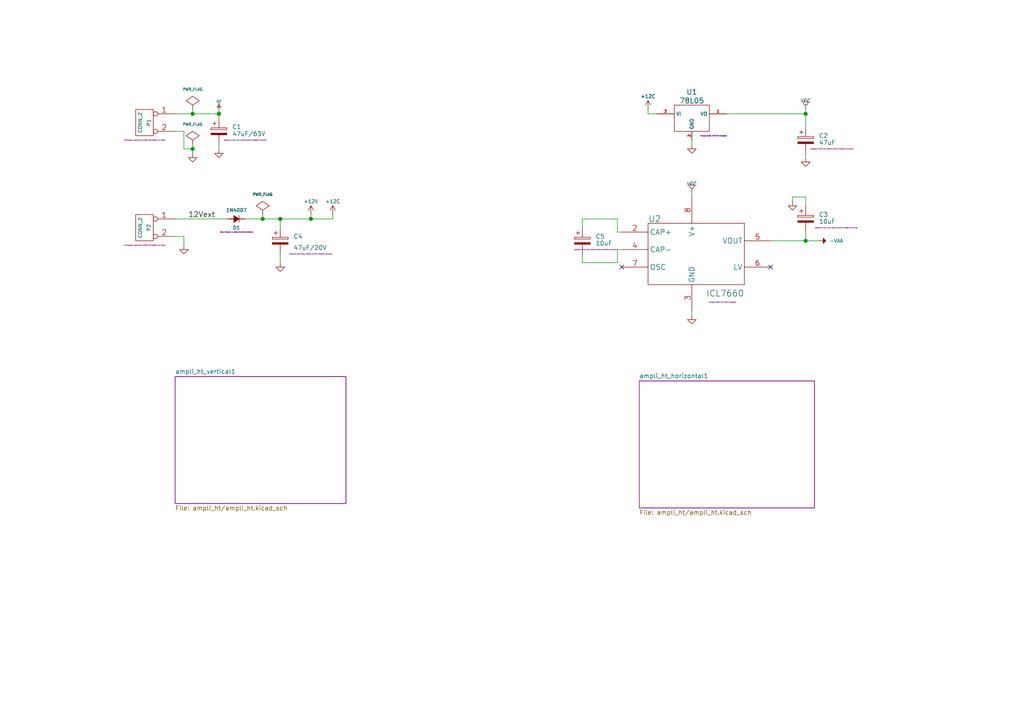
<source format=kicad_sch>
(kicad_sch (version 20210621) (generator eeschema)
  (paper "A4")
  (title_block (title "Complex hierarchy: demo") (date "2017-01-15"))
  (lib_symbols
    (symbol "complex_hierarchy_schlib:+12C" (power) (pin_names (offset 0))
      (property "Value" "+12C" (at 0 3.81 0))
      (symbol "+12C_0_1"
        (polyline (pts (xy -0.762 1.27) (xy 0 2.54)))
        (polyline (pts (xy 0 0) (xy 0 2.54)))
        (polyline (pts (xy 0 2.54) (xy 0.762 1.27)))
      )
      (symbol "+12C_1_1"
        (pin power_in line (at 0 0 90) (length 0) hide (name "+12C") (number "1"))
      )
    )
    (symbol "complex_hierarchy_schlib:+12V" (power) (pin_names (offset 0))
      (property "Value" "+12V" (at 0 3.556 0))
      (symbol "+12V_0_1"
        (polyline (pts (xy -0.762 1.27) (xy 0 2.54)))
        (polyline (pts (xy 0 0) (xy 0 2.54)))
        (polyline (pts (xy 0 2.54) (xy 0.762 1.27)))
      )
      (symbol "+12V_1_1"
        (pin power_in line (at 0 0 90) (length 0) hide (name "+12V") (number "1"))
      )
    )
    (symbol "complex_hierarchy_schlib:-VAA" (power) (pin_names (offset 0))
      (property "Value" "-VAA" (at 0 2.54 0))
      (symbol "-VAA_0_0"
        (pin power_in line (at 0 0 90) (length 0) hide (name "-VAA") (number "1"))
      )
      (symbol "-VAA_0_1"
        (polyline (pts (xy 0 0) (xy 0 1.27) (xy 0 1.27)))
        (polyline (pts (xy 0 2.032) (xy 0.762 1.27) (xy -0.508 1.27) (xy -0.762 1.27) (xy 0 2.032) (xy 0 2.032) (xy 0 2.032)) (fill (type outline)))
      )
    )
    (symbol "complex_hierarchy_schlib:7805"
      (property "Reference" "U" (at 3.81 -4.9784 0))
      (property "Value" "7805" (at 0 5.08 0))
      (symbol "7805_0_1"
        (rectangle (start -5.08 -3.81) (end 5.08 3.81))
      )
      (symbol "7805_1_1"
        (pin power_out line (at 10.16 1.27 180) (length 5.08) (name "VO") (number "1"))
        (pin input line (at 0 -6.35 90) (length 2.54) (name "GND") (number "2"))
        (pin input line (at -10.16 1.27 0) (length 5.08) (name "VI") (number "3"))
      )
    )
    (symbol "complex_hierarchy_schlib:CONN_2" (pin_names hide)
      (property "Reference" "P" (at -1.27 0 90))
      (property "Value" "CONN_2" (at 1.27 0 90))
      (symbol "CONN_2_0_1"
        (rectangle (start -2.54 3.81) (end 2.54 -3.81))
      )
      (symbol "CONN_2_1_1"
        (pin passive inverted (at -8.89 2.54 0) (length 6.35) (name "P1") (number "1"))
        (pin passive inverted (at -8.89 -2.54 0) (length 6.35) (name "PM") (number "2"))
      )
    )
    (symbol "complex_hierarchy_schlib:CP" (pin_numbers hide) (pin_names (offset 0.254))
      (property "Reference" "C" (at 0.635 2.54 0))
      (property "Value" "CP" (at 0.635 -2.54 0))
      (symbol "CP_0_1"
        (rectangle (start -2.286 0.508) (end -2.286 1.016))
        (rectangle (start -2.286 0.508) (end 2.286 0.508))
        (rectangle (start -1.778 2.286) (end -0.762 2.286))
        (rectangle (start -1.27 1.778) (end -1.27 2.794))
        (rectangle (start 2.286 -0.508) (end -2.286 -1.016) (fill (type outline)))
        (rectangle (start 2.286 1.016) (end -2.286 1.016))
        (rectangle (start 2.286 1.016) (end 2.286 0.508))
      )
      (symbol "CP_1_1"
        (pin passive line (at 0 3.81 270) (length 2.794) (name "~") (number "1"))
        (pin passive line (at 0 -3.81 90) (length 2.794) (name "~") (number "2"))
      )
    )
    (symbol "complex_hierarchy_schlib:D_Small" (pin_numbers hide) (pin_names (offset 0.254) hide)
      (property "Reference" "D" (at -1.27 2.032 0))
      (property "Value" "D_Small" (at -3.81 -2.032 0))
      (symbol "D_Small_0_1"
        (polyline (pts (xy -0.762 -1.016) (xy -0.762 1.016)))
        (polyline (pts (xy 0.762 -1.016) (xy -0.762 0) (xy 0.762 1.016) (xy 0.762 -1.016)) (fill (type outline)))
      )
      (symbol "D_Small_1_1"
        (pin passive line (at -2.54 0 0) (length 1.778) (name "K") (number "1"))
        (pin passive line (at 2.54 0 180) (length 1.778) (name "A") (number "2"))
      )
    )
    (symbol "complex_hierarchy_schlib:GND" (power) (pin_names (offset 0))
      (property "Value" "GND" (at 0 -3.1242 0))
      (symbol "GND_0_1"
        (polyline (pts (xy 0 0) (xy 0 -1.27) (xy 1.27 -1.27) (xy 0 -2.54) (xy -1.27 -1.27) (xy 0 -1.27)))
      )
      (symbol "GND_1_1"
        (pin power_in line (at 0 0 270) (length 0) hide (name "GND") (number "1"))
      )
    )
    (symbol "complex_hierarchy_schlib:HT" (power) (pin_names (offset 0))
      (property "Value" "HT" (at 0 2.286 0))
      (symbol "HT_0_0"
        (pin power_in line (at 0 0 90) (length 0) hide (name "HT") (number "1"))
      )
      (symbol "HT_0_1"
        (polyline (pts (xy 0 0) (xy 0 1.016) (xy 0 1.016)))
        (polyline (pts (xy 0 1.016) (xy 0.508 0.508) (xy 0 1.778) (xy -0.508 0.508) (xy 0 1.016) (xy 0 1.016)))
      )
    )
    (symbol "complex_hierarchy_schlib:ICL7660"
      (property "Reference" "U" (at 5.08 10.16 0))
      (property "Value" "ICL7660" (at 1.27 -11.43 0))
      (symbol "ICL7660_0_1"
        (rectangle (start -13.97 -8.89) (end 13.97 8.89))
      )
      (symbol "ICL7660_1_1"
        (pin input line (at -21.59 6.35 0) (length 7.62) (name "CAP+") (number "2"))
        (pin power_in line (at -1.27 -16.51 90) (length 7.62) (name "GND") (number "3"))
        (pin input line (at -21.59 1.27 0) (length 7.62) (name "CAP-") (number "4"))
        (pin power_out line (at 21.59 3.81 180) (length 7.62) (name "VOUT") (number "5"))
        (pin input line (at 21.59 -3.81 180) (length 7.62) (name "LV") (number "6"))
        (pin input line (at -21.59 -3.81 0) (length 7.62) (name "OSC") (number "7"))
        (pin power_in line (at -1.27 16.51 270) (length 7.62) (name "V+") (number "8"))
      )
    )
    (symbol "complex_hierarchy_schlib:PWR_FLAG" (power) (pin_numbers hide) (pin_names (offset 0) hide)
      (property "Value" "PWR_FLAG" (at 0 4.572 0))
      (symbol "PWR_FLAG_0_0"
        (pin power_out line (at 0 0 90) (length 0) (name "pwr") (number "1"))
      )
      (symbol "PWR_FLAG_0_1"
        (polyline (pts (xy 0 0) (xy 0 1.27) (xy -1.905 2.54) (xy 0 3.81) (xy 1.905 2.54) (xy 0 1.27)))
      )
    )
    (symbol "complex_hierarchy_schlib:VCC" (power) (pin_names (offset 0))
      (property "Value" "VCC" (at 0 3.81 0))
      (symbol "VCC_0_1"
        (polyline (pts (xy 0 0) (xy 0 1.27)))
        (circle (center 0 1.905) (radius 0.635))
      )
      (symbol "VCC_1_1"
        (pin power_in line (at 0 0 90) (length 0) hide (name "VCC") (number "1"))
      )
    )
  )
  (junction (at 233.68 33.02) (diameter 1.016))
  (junction (at 55.88 33.02) (diameter 1.016))
  (junction (at 90.17 63.5) (diameter 1.016))
  (junction (at 233.68 69.85) (diameter 1.016))
  (junction (at 81.28 63.5) (diameter 1.016))
  (junction (at 76.2 63.5) (diameter 1.016))
  (junction (at 63.5 33.02) (diameter 1.016))
  (junction (at 55.88 43.18) (diameter 1.016))
  (no_connect (at 223.52 77.47))
  (no_connect (at 180.34 77.47))
  (wire (pts (xy 229.87 58.42) (xy 229.87 57.15)))
  (wire (pts (xy 168.91 63.5) (xy 179.07 63.5)))
  (wire (pts (xy 187.96 33.02) (xy 190.5 33.02)))
  (wire (pts (xy 223.52 69.85) (xy 233.68 69.85)))
  (wire (pts (xy 53.34 43.18) (xy 55.88 43.18)))
  (wire (pts (xy 233.68 33.02) (xy 233.68 36.83)))
  (wire (pts (xy 76.2 63.5) (xy 76.2 62.23)))
  (wire (pts (xy 71.12 63.5) (xy 76.2 63.5)))
  (wire (pts (xy 53.34 68.58) (xy 50.8 68.58)))
  (wire (pts (xy 168.91 73.66) (xy 168.91 76.2)))
  (wire (pts (xy 53.34 38.1) (xy 53.34 43.18)))
  (wire (pts (xy 200.66 55.88) (xy 200.66 57.15)))
  (wire (pts (xy 233.68 44.45) (xy 233.68 45.72)))
  (wire (pts (xy 229.87 57.15) (xy 233.68 57.15)))
  (wire (pts (xy 233.68 67.31) (xy 233.68 69.85)))
  (wire (pts (xy 50.8 33.02) (xy 55.88 33.02)))
  (wire (pts (xy 81.28 63.5) (xy 81.28 66.04)))
  (wire (pts (xy 179.07 67.31) (xy 180.34 67.31)))
  (wire (pts (xy 233.68 31.75) (xy 233.68 33.02)))
  (wire (pts (xy 168.91 66.04) (xy 168.91 63.5)))
  (wire (pts (xy 76.2 63.5) (xy 81.28 63.5)))
  (wire (pts (xy 81.28 73.66) (xy 81.28 76.2)))
  (wire (pts (xy 200.66 41.91) (xy 200.66 40.64)))
  (wire (pts (xy 50.8 63.5) (xy 66.04 63.5)))
  (wire (pts (xy 210.82 33.02) (xy 233.68 33.02)))
  (wire (pts (xy 63.5 33.02) (xy 63.5 34.29)))
  (wire (pts (xy 90.17 62.23) (xy 90.17 63.5)))
  (wire (pts (xy 179.07 63.5) (xy 179.07 67.31)))
  (wire (pts (xy 63.5 31.75) (xy 63.5 33.02)))
  (wire (pts (xy 63.5 41.91) (xy 63.5 43.18)))
  (wire (pts (xy 55.88 41.91) (xy 55.88 43.18)))
  (wire (pts (xy 233.68 69.85) (xy 237.49 69.85)))
  (wire (pts (xy 55.88 31.75) (xy 55.88 33.02)))
  (wire (pts (xy 55.88 33.02) (xy 63.5 33.02)))
  (wire (pts (xy 187.96 31.75) (xy 187.96 33.02)))
  (wire (pts (xy 179.07 76.2) (xy 179.07 72.39)))
  (wire (pts (xy 96.52 63.5) (xy 96.52 62.23)))
  (wire (pts (xy 179.07 72.39) (xy 180.34 72.39)))
  (wire (pts (xy 53.34 71.12) (xy 53.34 68.58)))
  (wire (pts (xy 233.68 59.69) (xy 233.68 57.15)))
  (wire (pts (xy 81.28 63.5) (xy 90.17 63.5)))
  (wire (pts (xy 168.91 76.2) (xy 179.07 76.2)))
  (wire (pts (xy 50.8 38.1) (xy 53.34 38.1)))
  (wire (pts (xy 90.17 63.5) (xy 96.52 63.5)))
  (wire (pts (xy 55.88 43.18) (xy 55.88 44.45)))
  (wire (pts (xy 200.66 91.44) (xy 200.66 90.17)))
  (label "12Vext" (at 54.61 63.5 0) (effects (font (size 1.524 1.524))))
  (symbol (lib_id "complex_hierarchy_schlib:CONN_2") (at 41.91 66.04 0) (mirror y) (unit 1)
    (property "Reference" "P2" (at 43.18 66.04 90) (effects (font (size 1.016 1.016))))
    (property "Value" "CONN_2" (at 40.64 66.04 90) (effects (font (size 1.016 1.016))))
    (property "Footprint" "TerminalBlock_Altech:Altech_AK300_1x02_P5.00mm_45-Degree" (at 41.91 71.12 0) (effects (font (size 0.254 0.254))))
  )
  (symbol (lib_id "complex_hierarchy_schlib:GND") (at 53.34 71.12 0) (unit 1)
    (property "Reference" "#PWR012" (effects hide))
    (property "Value" "GND" (effects hide))
  )
  (symbol (lib_id "complex_hierarchy_schlib:D_Small") (at 68.58 63.5 0) (mirror y) (unit 1)
    (property "Reference" "D1" (at 68.58 66.04 0) (effects (font (size 1.016 1.016))))
    (property "Value" "1N4007" (at 68.58 60.96 0) (effects (font (size 1.016 1.016))))
    (property "Footprint" "Diode_THT:D_DO-41_SOD81_P12.70mm_Horizontal" (at 68.58 67.31 0) (effects (font (size 0.254 0.254))))
  )
  (symbol (lib_id "complex_hierarchy_schlib:CP") (at 81.28 69.85 0) (unit 1)
    (property "Reference" "C4" (at 85.09 68.58 0) (effects (justify left)))
    (property "Value" "47uF/20V" (at 85.09 71.12 0) (effects (justify left top)))
    (property "Footprint" "Capacitor_THT:CP_Axial_L10.0mm_D4.5mm_P15.00mm_Horizontal" (at 90.17 73.66 0) (effects (font (size 0.254 0.254))))
  )
  (symbol (lib_id "complex_hierarchy_schlib:GND") (at 81.28 76.2 0) (unit 1)
    (property "Reference" "#PWR013" (effects hide))
    (property "Value" "GND" (effects hide))
  )
  (symbol (lib_id "complex_hierarchy_schlib:+12V") (at 90.17 62.23 0) (unit 1)
    (property "Reference" "#U04" (effects hide))
    (property "Value" "+12V" (at 90.17 58.42 0) (effects (font (size 1.016 1.016))))
  )
  (symbol (lib_id "complex_hierarchy_schlib:PWR_FLAG") (at 55.88 41.91 0) (unit 1)
    (property "Reference" "#U02" (effects hide))
    (property "Value" "PWR_FLAG" (at 55.88 36.068 0) (effects (font (size 0.762 0.762))))
  )
  (symbol (lib_id "complex_hierarchy_schlib:+12C") (at 96.52 62.23 0) (unit 1)
    (property "Reference" "#PWR010" (effects hide))
    (property "Value" "+12C" (at 96.52 58.42 0) (effects (font (size 1.016 1.016))))
  )
  (symbol (lib_id "complex_hierarchy_schlib:PWR_FLAG") (at 76.2 62.23 0) (unit 1)
    (property "Reference" "#U03" (effects hide))
    (property "Value" "PWR_FLAG" (at 76.2 56.388 0) (effects (font (size 0.762 0.762))))
  )
  (symbol (lib_id "complex_hierarchy_schlib:PWR_FLAG") (at 55.88 31.75 0) (unit 1)
    (property "Reference" "#U01" (effects hide))
    (property "Value" "PWR_FLAG" (at 55.88 25.908 0) (effects (font (size 0.762 0.762))))
  )
  (symbol (lib_id "complex_hierarchy_schlib:+12C") (at 187.96 31.75 0) (unit 1)
    (property "Reference" "#PWR02" (effects hide))
    (property "Value" "+12C" (at 187.96 27.94 0) (effects (font (size 1.016 1.016))))
  )
  (symbol (lib_id "complex_hierarchy_schlib:GND") (at 200.66 41.91 0) (unit 1)
    (property "Reference" "#PWR04" (effects hide))
    (property "Value" "GND" (effects hide))
  )
  (symbol (lib_id "complex_hierarchy_schlib:GND") (at 233.68 45.72 0) (unit 1)
    (property "Reference" "#PWR07" (effects hide))
    (property "Value" "GND" (effects hide))
  )
  (symbol (lib_id "complex_hierarchy_schlib:CP") (at 233.68 40.64 0) (unit 1)
    (property "Reference" "C2" (at 237.49 39.37 0) (effects (justify left)))
    (property "Value" "47uF" (at 237.49 40.64 0) (effects (justify left top)))
    (property "Footprint" "Capacitor_THT:CP_Axial_L10.0mm_D4.5mm_P15.00mm_Horizontal" (at 241.3 43.18 0) (effects (font (size 0.254 0.254))))
  )
  (symbol (lib_id "complex_hierarchy_schlib:HT") (at 63.5 31.75 0) (unit 1)
    (property "Reference" "#PWR01" (effects hide))
    (property "Value" "HT" (at 63.5 29.464 0) (effects (font (size 0.762 0.762))))
  )
  (symbol (lib_id "complex_hierarchy_schlib:CONN_2") (at 41.91 35.56 0) (mirror y) (unit 1)
    (property "Reference" "P1" (at 43.18 35.56 90) (effects (font (size 1.016 1.016))))
    (property "Value" "CONN_2" (at 40.64 35.56 90) (effects (font (size 1.016 1.016))))
    (property "Footprint" "TerminalBlock_Altech:Altech_AK300_1x02_P5.00mm_45-Degree" (at 41.91 40.64 0) (effects (font (size 0.254 0.254))))
  )
  (symbol (lib_id "complex_hierarchy_schlib:GND") (at 55.88 44.45 0) (unit 1)
    (property "Reference" "#PWR06" (effects hide))
    (property "Value" "GND" (effects hide))
  )
  (symbol (lib_id "complex_hierarchy_schlib:GND") (at 63.5 43.18 0) (unit 1)
    (property "Reference" "#PWR05" (effects hide))
    (property "Value" "GND" (effects hide))
  )
  (symbol (lib_id "complex_hierarchy_schlib:CP") (at 63.5 38.1 0) (unit 1)
    (property "Reference" "C1" (at 67.31 36.83 0) (effects (justify left)))
    (property "Value" "47uF/63V" (at 67.31 38.1 0) (effects (justify left top)))
    (property "Footprint" "Capacitor_THT:CP_Axial_L11.0mm_D6.0mm_P18.00mm_Horizontal" (at 71.12 40.64 0) (effects (font (size 0.254 0.254))))
  )
  (symbol (lib_id "complex_hierarchy_schlib:ICL7660") (at 201.93 73.66 0) (unit 1)
    (property "Reference" "U2" (at 187.96 63.5 0) (effects (font (size 1.778 1.778)) (justify left)))
    (property "Value" "ICL7660" (at 215.9 85.09 0) (effects (font (size 1.778 1.778)) (justify right)))
    (property "Footprint" "Package_DIP:DIP-8_W7.62mm_LongPads" (at 209.55 87.63 0) (effects (font (size 0.254 0.254))))
  )
  (symbol (lib_id "complex_hierarchy_schlib:GND") (at 200.66 91.44 0) (unit 1)
    (property "Reference" "#PWR014" (effects hide))
    (property "Value" "GND" (effects hide))
  )
  (symbol (lib_id "complex_hierarchy_schlib:VCC") (at 233.68 31.75 0) (unit 1)
    (property "Reference" "#PWR03" (effects hide))
    (property "Value" "VCC" (at 233.68 29.21 0) (effects (font (size 1.016 1.016))))
  )
  (symbol (lib_id "complex_hierarchy_schlib:VCC") (at 200.66 55.88 0) (unit 1)
    (property "Reference" "#PWR08" (effects hide))
    (property "Value" "VCC" (at 200.66 53.34 0) (effects (font (size 1.016 1.016))))
  )
  (symbol (lib_id "complex_hierarchy_schlib:7805") (at 200.66 34.29 0) (unit 1)
    (property "Reference" "U1" (at 200.66 26.67 0) (effects (font (size 1.524 1.524))))
    (property "Value" "78L05" (at 200.66 29.21 0) (effects (font (size 1.524 1.524))))
    (property "Footprint" "Package_TO_SOT_THT:TO-92_HandSolder" (at 207.01 39.37 0) (effects (font (size 0.254 0.254))))
  )
  (symbol (lib_id "complex_hierarchy_schlib:-VAA") (at 237.49 69.85 270) (unit 1)
    (property "Reference" "#PWR011" (effects hide))
    (property "Value" "-VAA" (at 242.57 69.85 90) (effects (font (size 1.016 1.016))))
  )
  (symbol (lib_id "complex_hierarchy_schlib:CP") (at 233.68 63.5 0) (unit 1)
    (property "Reference" "C3" (at 237.49 62.23 0) (effects (justify left)))
    (property "Value" "10uF" (at 237.49 63.5 0) (effects (justify left top)))
    (property "Footprint" "Capacitor_THT:CP_Axial_L10.0mm_D4.5mm_P15.00mm_Horizontal" (at 242.57 66.04 0) (effects (font (size 0.254 0.254))))
  )
  (symbol (lib_id "complex_hierarchy_schlib:GND") (at 229.87 58.42 0) (unit 1)
    (property "Reference" "#PWR09" (effects hide))
    (property "Value" "GND" (effects hide))
  )
  (symbol (lib_id "complex_hierarchy_schlib:CP") (at 168.91 69.85 0) (unit 1)
    (property "Reference" "C5" (at 172.72 68.58 0) (effects (justify left)))
    (property "Value" "10uF" (at 172.72 69.85 0) (effects (justify left top)))
    (property "Footprint" "Capacitor_THT:CP_Axial_L10.0mm_D4.5mm_P15.00mm_Horizontal" (at 172.72 72.39 0) (effects (font (size 0.254 0.254))))
  )
  (sheet (at 50.8 109.22) (size 49.53 36.83) (stroke (width 0.1524) (color 132 0 132 1)) (fill (color 255 255 255 0.0000))
    (property "Sheet name" "ampli_ht_vertical1" (at 50.8 108.5084 0) (effects (justify left bottom)))
    (property "Sheet file" "ampli_ht/ampli_ht.kicad_sch" (at 50.8 146.6346 0) (effects (justify left top)))
  )
  (sheet (at 185.42 110.49) (size 50.8 36.83) (stroke (width 0.1524) (color 132 0 132 1)) (fill (color 255 255 255 0.0000))
    (property "Sheet name" "ampli_ht_horizontal1" (at 185.42 109.7784 0) (effects (justify left bottom)))
    (property "Sheet file" "ampli_ht/ampli_ht.kicad_sch" (at 185.42 147.9046 0) (effects (justify left top)))
  )
)
</source>
